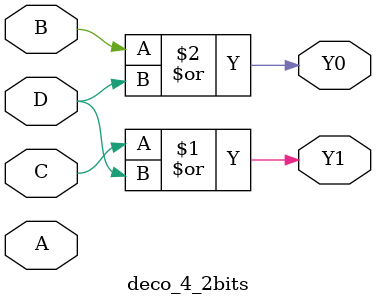
<source format=sv>

module deco_4_2bits(
    input logic A, B, C, D,
    output logic Y1, Y0
);

    or (Y1, C, D);
    or (Y0, B, D);


endmodule
</source>
